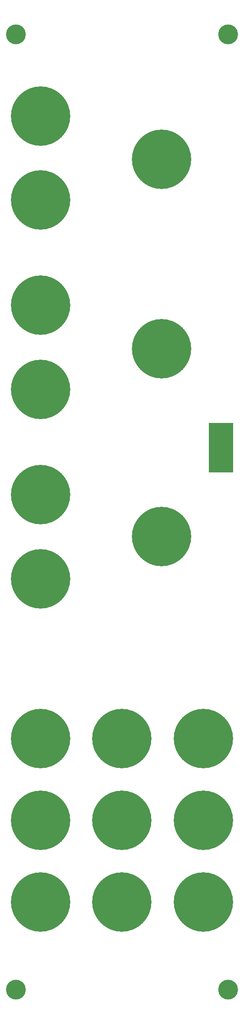
<source format=gbs>
%TF.GenerationSoftware,KiCad,Pcbnew,9.0.0*%
%TF.CreationDate,2025-03-15T22:48:14+01:00*%
%TF.ProjectId,DMH_Multiverter_Mk2_PANEL,444d485f-4d75-46c7-9469-766572746572,rev?*%
%TF.SameCoordinates,Original*%
%TF.FileFunction,Soldermask,Bot*%
%TF.FilePolarity,Negative*%
%FSLAX46Y46*%
G04 Gerber Fmt 4.6, Leading zero omitted, Abs format (unit mm)*
G04 Created by KiCad (PCBNEW 9.0.0) date 2025-03-15 22:48:14*
%MOMM*%
%LPD*%
G01*
G04 APERTURE LIST*
%ADD10C,4.000000*%
%ADD11C,0.500000*%
%ADD12C,12.000000*%
%ADD13R,5.000000X10.000000*%
G04 APERTURE END LIST*
D10*
%TO.C,H3*%
X53500000Y-226500000D03*
%TD*%
D11*
%TO.C,H23*%
X52800000Y-192250000D03*
X54460000Y-188220000D03*
X54470000Y-196290000D03*
X58500000Y-186550000D03*
D12*
X58500000Y-192250000D03*
D11*
X58500000Y-197950000D03*
X62530000Y-196290000D03*
X62540000Y-188220000D03*
X64200000Y-192250000D03*
%TD*%
%TO.C,H27*%
X69300000Y-208750000D03*
X70960000Y-204720000D03*
X70970000Y-212790000D03*
X75000000Y-203050000D03*
D12*
X75000000Y-208750000D03*
D11*
X75000000Y-214450000D03*
X79030000Y-212790000D03*
X79040000Y-204720000D03*
X80700000Y-208750000D03*
%TD*%
%TO.C,H12*%
X52800000Y-143500000D03*
X54460000Y-139470000D03*
X54470000Y-147540000D03*
X58500000Y-137800000D03*
D12*
X58500000Y-143500000D03*
D11*
X58500000Y-149200000D03*
X62530000Y-147540000D03*
X62540000Y-139470000D03*
X64200000Y-143500000D03*
%TD*%
%TO.C,H5*%
X52800000Y-50000000D03*
X54460000Y-45970000D03*
X54470000Y-54040000D03*
X58500000Y-44300000D03*
D12*
X58500000Y-50000000D03*
D11*
X58500000Y-55700000D03*
X62530000Y-54040000D03*
X62540000Y-45970000D03*
X64200000Y-50000000D03*
%TD*%
%TO.C,H22*%
X85800000Y-175750000D03*
X87460000Y-171720000D03*
X87470000Y-179790000D03*
X91500000Y-170050000D03*
D12*
X91500000Y-175750000D03*
D11*
X91500000Y-181450000D03*
X95530000Y-179790000D03*
X95540000Y-171720000D03*
X97200000Y-175750000D03*
%TD*%
%TO.C,H24*%
X69300000Y-192250000D03*
X70960000Y-188220000D03*
X70970000Y-196290000D03*
X75000000Y-186550000D03*
D12*
X75000000Y-192250000D03*
D11*
X75000000Y-197950000D03*
X79030000Y-196290000D03*
X79040000Y-188220000D03*
X80700000Y-192250000D03*
%TD*%
%TO.C,H8*%
X52800000Y-88250000D03*
X54460000Y-84220000D03*
X54470000Y-92290000D03*
X58500000Y-82550000D03*
D12*
X58500000Y-88250000D03*
D11*
X58500000Y-93950000D03*
X62530000Y-92290000D03*
X62540000Y-84220000D03*
X64200000Y-88250000D03*
%TD*%
%TO.C,H26*%
X52800000Y-208750000D03*
X54460000Y-204720000D03*
X54470000Y-212790000D03*
X58500000Y-203050000D03*
D12*
X58500000Y-208750000D03*
D11*
X58500000Y-214450000D03*
X62530000Y-212790000D03*
X62540000Y-204720000D03*
X64200000Y-208750000D03*
%TD*%
D12*
%TO.C,H10*%
X83000000Y-97000000D03*
%TD*%
D11*
%TO.C,H28*%
X85800000Y-208750000D03*
X87460000Y-204720000D03*
X87470000Y-212790000D03*
X91500000Y-203050000D03*
D12*
X91500000Y-208750000D03*
D11*
X91500000Y-214450000D03*
X95530000Y-212790000D03*
X95540000Y-204720000D03*
X97200000Y-208750000D03*
%TD*%
%TO.C,H21*%
X69300000Y-175750000D03*
X70960000Y-171720000D03*
X70970000Y-179790000D03*
X75000000Y-170050000D03*
D12*
X75000000Y-175750000D03*
D11*
X75000000Y-181450000D03*
X79030000Y-179790000D03*
X79040000Y-171720000D03*
X80700000Y-175750000D03*
%TD*%
%TO.C,H25*%
X85800000Y-192250000D03*
X87460000Y-188220000D03*
X87470000Y-196290000D03*
X91500000Y-186550000D03*
D12*
X91500000Y-192250000D03*
D11*
X91500000Y-197950000D03*
X95530000Y-196290000D03*
X95540000Y-188220000D03*
X97200000Y-192250000D03*
%TD*%
%TO.C,H11*%
X52800000Y-126500000D03*
X54460000Y-122470000D03*
X54470000Y-130540000D03*
X58500000Y-120800000D03*
D12*
X58500000Y-126500000D03*
D11*
X58500000Y-132200000D03*
X62530000Y-130540000D03*
X62540000Y-122470000D03*
X64200000Y-126500000D03*
%TD*%
%TO.C,H9*%
X52800000Y-105250000D03*
X54460000Y-101220000D03*
X54470000Y-109290000D03*
X58500000Y-99550000D03*
D12*
X58500000Y-105250000D03*
D11*
X58500000Y-110950000D03*
X62530000Y-109290000D03*
X62540000Y-101220000D03*
X64200000Y-105250000D03*
%TD*%
D12*
%TO.C,H7*%
X83000000Y-58750000D03*
%TD*%
D10*
%TO.C,H2*%
X96500000Y-33500000D03*
%TD*%
%TO.C,H4*%
X96500000Y-226500000D03*
%TD*%
D11*
%TO.C,H20*%
X52800000Y-175750000D03*
X54460000Y-171720000D03*
X54470000Y-179790000D03*
X58500000Y-170050000D03*
D12*
X58500000Y-175750000D03*
D11*
X58500000Y-181450000D03*
X62530000Y-179790000D03*
X62540000Y-171720000D03*
X64200000Y-175750000D03*
%TD*%
%TO.C,H6*%
X52800000Y-67000000D03*
X54460000Y-62970000D03*
X54470000Y-71040000D03*
X58500000Y-61300000D03*
D12*
X58500000Y-67000000D03*
D11*
X58500000Y-72700000D03*
X62530000Y-71040000D03*
X62540000Y-62970000D03*
X64200000Y-67000000D03*
%TD*%
D10*
%TO.C,H1*%
X53500000Y-33500000D03*
%TD*%
D12*
%TO.C,H13*%
X83000000Y-135000000D03*
%TD*%
D13*
%TO.C,J0*%
X95000000Y-117000000D03*
%TD*%
M02*

</source>
